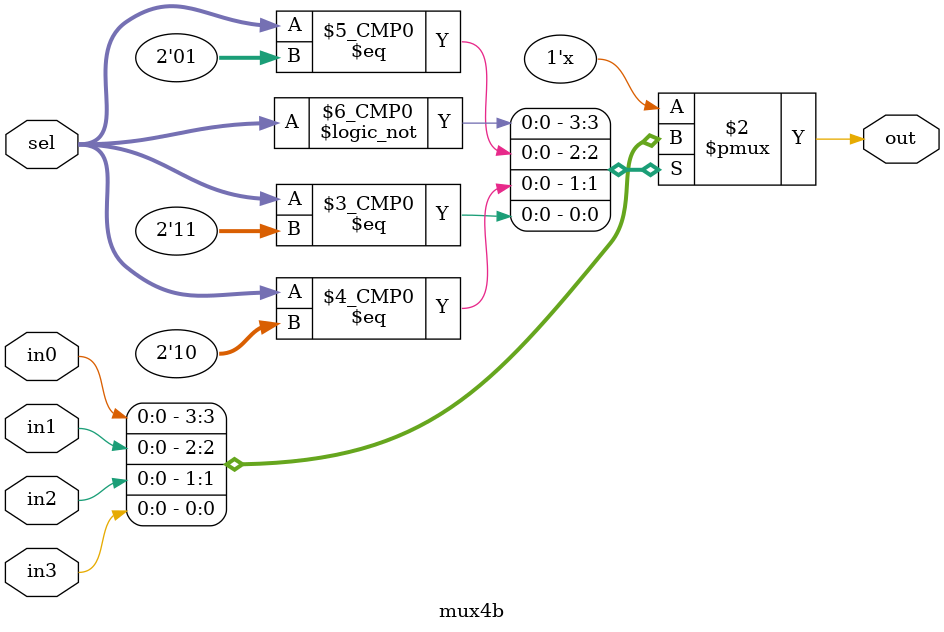
<source format=v>
`timescale 1ns / 1ps

module mux4b #(parameter k=1 ) //bus width
(	
	input  [k-1:0] in3,in2,in1,in0,
	input [1:0] sel,
	output reg [k-1:0] out
);
	//multiplexer
	always@ (*)
		case(sel)
			2'b00: out=in0;
			2'b01: out=in1;
			2'b10: out=in2;
			2'b11: out=in3;
			default: out={k{1'bx}};
		endcase
endmodule
</source>
